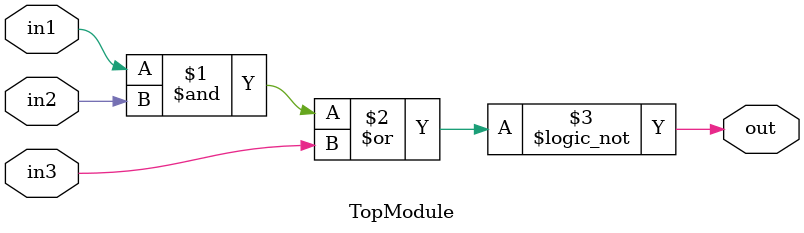
<source format=sv>


module TopModule (
  input in1,
  input in2,
  input in3,
  output logic out
);

assign out = !((in1 & in2) | in3);
endmodule

</source>
